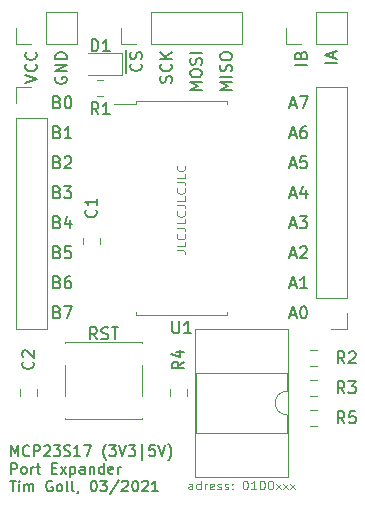
<source format=gbr>
%TF.GenerationSoftware,KiCad,Pcbnew,(5.1.6)-1*%
%TF.CreationDate,2021-04-07T17:56:13+02:00*%
%TF.ProjectId,port_expander,706f7274-5f65-4787-9061-6e6465722e6b,rev?*%
%TF.SameCoordinates,Original*%
%TF.FileFunction,Legend,Top*%
%TF.FilePolarity,Positive*%
%FSLAX46Y46*%
G04 Gerber Fmt 4.6, Leading zero omitted, Abs format (unit mm)*
G04 Created by KiCad (PCBNEW (5.1.6)-1) date 2021-04-07 17:56:13*
%MOMM*%
%LPD*%
G01*
G04 APERTURE LIST*
%ADD10C,0.120000*%
%ADD11C,0.150000*%
G04 APERTURE END LIST*
D10*
X126589285Y-67089428D02*
X127125000Y-67089428D01*
X127232142Y-67125142D01*
X127303571Y-67196571D01*
X127339285Y-67303714D01*
X127339285Y-67375142D01*
X127339285Y-66375142D02*
X127339285Y-66732285D01*
X126589285Y-66732285D01*
X127267857Y-65696571D02*
X127303571Y-65732285D01*
X127339285Y-65839428D01*
X127339285Y-65910857D01*
X127303571Y-66018000D01*
X127232142Y-66089428D01*
X127160714Y-66125142D01*
X127017857Y-66160857D01*
X126910714Y-66160857D01*
X126767857Y-66125142D01*
X126696428Y-66089428D01*
X126625000Y-66018000D01*
X126589285Y-65910857D01*
X126589285Y-65839428D01*
X126625000Y-65732285D01*
X126660714Y-65696571D01*
X126589285Y-65160857D02*
X127125000Y-65160857D01*
X127232142Y-65196571D01*
X127303571Y-65268000D01*
X127339285Y-65375142D01*
X127339285Y-65446571D01*
X127339285Y-64446571D02*
X127339285Y-64803714D01*
X126589285Y-64803714D01*
X127267857Y-63768000D02*
X127303571Y-63803714D01*
X127339285Y-63910857D01*
X127339285Y-63982285D01*
X127303571Y-64089428D01*
X127232142Y-64160857D01*
X127160714Y-64196571D01*
X127017857Y-64232285D01*
X126910714Y-64232285D01*
X126767857Y-64196571D01*
X126696428Y-64160857D01*
X126625000Y-64089428D01*
X126589285Y-63982285D01*
X126589285Y-63910857D01*
X126625000Y-63803714D01*
X126660714Y-63768000D01*
X126589285Y-63232285D02*
X127125000Y-63232285D01*
X127232142Y-63268000D01*
X127303571Y-63339428D01*
X127339285Y-63446571D01*
X127339285Y-63518000D01*
X127339285Y-62518000D02*
X127339285Y-62875142D01*
X126589285Y-62875142D01*
X127267857Y-61839428D02*
X127303571Y-61875142D01*
X127339285Y-61982285D01*
X127339285Y-62053714D01*
X127303571Y-62160857D01*
X127232142Y-62232285D01*
X127160714Y-62268000D01*
X127017857Y-62303714D01*
X126910714Y-62303714D01*
X126767857Y-62268000D01*
X126696428Y-62232285D01*
X126625000Y-62160857D01*
X126589285Y-62053714D01*
X126589285Y-61982285D01*
X126625000Y-61875142D01*
X126660714Y-61839428D01*
X126589285Y-61303714D02*
X127125000Y-61303714D01*
X127232142Y-61339428D01*
X127303571Y-61410857D01*
X127339285Y-61518000D01*
X127339285Y-61589428D01*
X127339285Y-60589428D02*
X127339285Y-60946571D01*
X126589285Y-60946571D01*
X127267857Y-59910857D02*
X127303571Y-59946571D01*
X127339285Y-60053714D01*
X127339285Y-60125142D01*
X127303571Y-60232285D01*
X127232142Y-60303714D01*
X127160714Y-60339428D01*
X127017857Y-60375142D01*
X126910714Y-60375142D01*
X126767857Y-60339428D01*
X126696428Y-60303714D01*
X126625000Y-60232285D01*
X126589285Y-60125142D01*
X126589285Y-60053714D01*
X126625000Y-59946571D01*
X126660714Y-59910857D01*
D11*
X113752380Y-52897404D02*
X114752380Y-52564071D01*
X113752380Y-52230738D01*
X114657142Y-51325976D02*
X114704761Y-51373595D01*
X114752380Y-51516452D01*
X114752380Y-51611690D01*
X114704761Y-51754547D01*
X114609523Y-51849785D01*
X114514285Y-51897404D01*
X114323809Y-51945023D01*
X114180952Y-51945023D01*
X113990476Y-51897404D01*
X113895238Y-51849785D01*
X113800000Y-51754547D01*
X113752380Y-51611690D01*
X113752380Y-51516452D01*
X113800000Y-51373595D01*
X113847619Y-51325976D01*
X114657142Y-50325976D02*
X114704761Y-50373595D01*
X114752380Y-50516452D01*
X114752380Y-50611690D01*
X114704761Y-50754547D01*
X114609523Y-50849785D01*
X114514285Y-50897404D01*
X114323809Y-50945023D01*
X114180952Y-50945023D01*
X113990476Y-50897404D01*
X113895238Y-50849785D01*
X113800000Y-50754547D01*
X113752380Y-50611690D01*
X113752380Y-50516452D01*
X113800000Y-50373595D01*
X113847619Y-50325976D01*
X116340000Y-52421214D02*
X116292380Y-52516452D01*
X116292380Y-52659309D01*
X116340000Y-52802166D01*
X116435238Y-52897404D01*
X116530476Y-52945023D01*
X116720952Y-52992642D01*
X116863809Y-52992642D01*
X117054285Y-52945023D01*
X117149523Y-52897404D01*
X117244761Y-52802166D01*
X117292380Y-52659309D01*
X117292380Y-52564071D01*
X117244761Y-52421214D01*
X117197142Y-52373595D01*
X116863809Y-52373595D01*
X116863809Y-52564071D01*
X117292380Y-51945023D02*
X116292380Y-51945023D01*
X117292380Y-51373595D01*
X116292380Y-51373595D01*
X117292380Y-50897404D02*
X116292380Y-50897404D01*
X116292380Y-50659309D01*
X116340000Y-50516452D01*
X116435238Y-50421214D01*
X116530476Y-50373595D01*
X116720952Y-50325976D01*
X116863809Y-50325976D01*
X117054285Y-50373595D01*
X117149523Y-50421214D01*
X117244761Y-50516452D01*
X117292380Y-50659309D01*
X117292380Y-50897404D01*
X122275000Y-52087880D02*
X122275000Y-51087880D01*
X123547142Y-51278357D02*
X123594761Y-51325976D01*
X123642380Y-51468833D01*
X123642380Y-51564071D01*
X123594761Y-51706928D01*
X123499523Y-51802166D01*
X123404285Y-51849785D01*
X123213809Y-51897404D01*
X123070952Y-51897404D01*
X122880476Y-51849785D01*
X122785238Y-51802166D01*
X122690000Y-51706928D01*
X122642380Y-51564071D01*
X122642380Y-51468833D01*
X122690000Y-51325976D01*
X122737619Y-51278357D01*
X122275000Y-51087880D02*
X122275000Y-50135500D01*
X123594761Y-50897404D02*
X123642380Y-50754547D01*
X123642380Y-50516452D01*
X123594761Y-50421214D01*
X123547142Y-50373595D01*
X123451904Y-50325976D01*
X123356666Y-50325976D01*
X123261428Y-50373595D01*
X123213809Y-50421214D01*
X123166190Y-50516452D01*
X123118571Y-50706928D01*
X123070952Y-50802166D01*
X123023333Y-50849785D01*
X122928095Y-50897404D01*
X122832857Y-50897404D01*
X122737619Y-50849785D01*
X122690000Y-50802166D01*
X122642380Y-50706928D01*
X122642380Y-50468833D01*
X122690000Y-50325976D01*
X126134761Y-52897404D02*
X126182380Y-52754547D01*
X126182380Y-52516452D01*
X126134761Y-52421214D01*
X126087142Y-52373595D01*
X125991904Y-52325976D01*
X125896666Y-52325976D01*
X125801428Y-52373595D01*
X125753809Y-52421214D01*
X125706190Y-52516452D01*
X125658571Y-52706928D01*
X125610952Y-52802166D01*
X125563333Y-52849785D01*
X125468095Y-52897404D01*
X125372857Y-52897404D01*
X125277619Y-52849785D01*
X125230000Y-52802166D01*
X125182380Y-52706928D01*
X125182380Y-52468833D01*
X125230000Y-52325976D01*
X126087142Y-51325976D02*
X126134761Y-51373595D01*
X126182380Y-51516452D01*
X126182380Y-51611690D01*
X126134761Y-51754547D01*
X126039523Y-51849785D01*
X125944285Y-51897404D01*
X125753809Y-51945023D01*
X125610952Y-51945023D01*
X125420476Y-51897404D01*
X125325238Y-51849785D01*
X125230000Y-51754547D01*
X125182380Y-51611690D01*
X125182380Y-51516452D01*
X125230000Y-51373595D01*
X125277619Y-51325976D01*
X126182380Y-50897404D02*
X125182380Y-50897404D01*
X126182380Y-50325976D02*
X125610952Y-50754547D01*
X125182380Y-50325976D02*
X125753809Y-50897404D01*
X128722380Y-53516452D02*
X127722380Y-53516452D01*
X128436666Y-53183119D01*
X127722380Y-52849785D01*
X128722380Y-52849785D01*
X127722380Y-52183119D02*
X127722380Y-51992642D01*
X127770000Y-51897404D01*
X127865238Y-51802166D01*
X128055714Y-51754547D01*
X128389047Y-51754547D01*
X128579523Y-51802166D01*
X128674761Y-51897404D01*
X128722380Y-51992642D01*
X128722380Y-52183119D01*
X128674761Y-52278357D01*
X128579523Y-52373595D01*
X128389047Y-52421214D01*
X128055714Y-52421214D01*
X127865238Y-52373595D01*
X127770000Y-52278357D01*
X127722380Y-52183119D01*
X128674761Y-51373595D02*
X128722380Y-51230738D01*
X128722380Y-50992642D01*
X128674761Y-50897404D01*
X128627142Y-50849785D01*
X128531904Y-50802166D01*
X128436666Y-50802166D01*
X128341428Y-50849785D01*
X128293809Y-50897404D01*
X128246190Y-50992642D01*
X128198571Y-51183119D01*
X128150952Y-51278357D01*
X128103333Y-51325976D01*
X128008095Y-51373595D01*
X127912857Y-51373595D01*
X127817619Y-51325976D01*
X127770000Y-51278357D01*
X127722380Y-51183119D01*
X127722380Y-50945023D01*
X127770000Y-50802166D01*
X128722380Y-50373595D02*
X127722380Y-50373595D01*
X131262380Y-53516452D02*
X130262380Y-53516452D01*
X130976666Y-53183119D01*
X130262380Y-52849785D01*
X131262380Y-52849785D01*
X131262380Y-52373595D02*
X130262380Y-52373595D01*
X131214761Y-51945023D02*
X131262380Y-51802166D01*
X131262380Y-51564071D01*
X131214761Y-51468833D01*
X131167142Y-51421214D01*
X131071904Y-51373595D01*
X130976666Y-51373595D01*
X130881428Y-51421214D01*
X130833809Y-51468833D01*
X130786190Y-51564071D01*
X130738571Y-51754547D01*
X130690952Y-51849785D01*
X130643333Y-51897404D01*
X130548095Y-51945023D01*
X130452857Y-51945023D01*
X130357619Y-51897404D01*
X130310000Y-51849785D01*
X130262380Y-51754547D01*
X130262380Y-51516452D01*
X130310000Y-51373595D01*
X130262380Y-50754547D02*
X130262380Y-50564071D01*
X130310000Y-50468833D01*
X130405238Y-50373595D01*
X130595714Y-50325976D01*
X130929047Y-50325976D01*
X131119523Y-50373595D01*
X131214761Y-50468833D01*
X131262380Y-50564071D01*
X131262380Y-50754547D01*
X131214761Y-50849785D01*
X131119523Y-50945023D01*
X130929047Y-50992642D01*
X130595714Y-50992642D01*
X130405238Y-50945023D01*
X130310000Y-50849785D01*
X130262380Y-50754547D01*
X140152380Y-51230738D02*
X139152380Y-51230738D01*
X139866666Y-50802166D02*
X139866666Y-50325976D01*
X140152380Y-50897404D02*
X139152380Y-50564071D01*
X140152380Y-50230738D01*
X137612380Y-51373595D02*
X136612380Y-51373595D01*
X137088571Y-50564071D02*
X137136190Y-50421214D01*
X137183809Y-50373595D01*
X137279047Y-50325976D01*
X137421904Y-50325976D01*
X137517142Y-50373595D01*
X137564761Y-50421214D01*
X137612380Y-50516452D01*
X137612380Y-50897404D01*
X136612380Y-50897404D01*
X136612380Y-50564071D01*
X136660000Y-50468833D01*
X136707619Y-50421214D01*
X136802857Y-50373595D01*
X136898095Y-50373595D01*
X136993333Y-50421214D01*
X137040952Y-50468833D01*
X137088571Y-50564071D01*
X137088571Y-50897404D01*
X136205452Y-72556666D02*
X136681642Y-72556666D01*
X136110214Y-72842380D02*
X136443547Y-71842380D01*
X136776880Y-72842380D01*
X137300690Y-71842380D02*
X137395928Y-71842380D01*
X137491166Y-71890000D01*
X137538785Y-71937619D01*
X137586404Y-72032857D01*
X137634023Y-72223333D01*
X137634023Y-72461428D01*
X137586404Y-72651904D01*
X137538785Y-72747142D01*
X137491166Y-72794761D01*
X137395928Y-72842380D01*
X137300690Y-72842380D01*
X137205452Y-72794761D01*
X137157833Y-72747142D01*
X137110214Y-72651904D01*
X137062595Y-72461428D01*
X137062595Y-72223333D01*
X137110214Y-72032857D01*
X137157833Y-71937619D01*
X137205452Y-71890000D01*
X137300690Y-71842380D01*
X136205452Y-70016666D02*
X136681642Y-70016666D01*
X136110214Y-70302380D02*
X136443547Y-69302380D01*
X136776880Y-70302380D01*
X137634023Y-70302380D02*
X137062595Y-70302380D01*
X137348309Y-70302380D02*
X137348309Y-69302380D01*
X137253071Y-69445238D01*
X137157833Y-69540476D01*
X137062595Y-69588095D01*
X136205452Y-67476666D02*
X136681642Y-67476666D01*
X136110214Y-67762380D02*
X136443547Y-66762380D01*
X136776880Y-67762380D01*
X137062595Y-66857619D02*
X137110214Y-66810000D01*
X137205452Y-66762380D01*
X137443547Y-66762380D01*
X137538785Y-66810000D01*
X137586404Y-66857619D01*
X137634023Y-66952857D01*
X137634023Y-67048095D01*
X137586404Y-67190952D01*
X137014976Y-67762380D01*
X137634023Y-67762380D01*
X136205452Y-64936666D02*
X136681642Y-64936666D01*
X136110214Y-65222380D02*
X136443547Y-64222380D01*
X136776880Y-65222380D01*
X137014976Y-64222380D02*
X137634023Y-64222380D01*
X137300690Y-64603333D01*
X137443547Y-64603333D01*
X137538785Y-64650952D01*
X137586404Y-64698571D01*
X137634023Y-64793809D01*
X137634023Y-65031904D01*
X137586404Y-65127142D01*
X137538785Y-65174761D01*
X137443547Y-65222380D01*
X137157833Y-65222380D01*
X137062595Y-65174761D01*
X137014976Y-65127142D01*
X136205452Y-62396666D02*
X136681642Y-62396666D01*
X136110214Y-62682380D02*
X136443547Y-61682380D01*
X136776880Y-62682380D01*
X137538785Y-62015714D02*
X137538785Y-62682380D01*
X137300690Y-61634761D02*
X137062595Y-62349047D01*
X137681642Y-62349047D01*
X136205452Y-59856666D02*
X136681642Y-59856666D01*
X136110214Y-60142380D02*
X136443547Y-59142380D01*
X136776880Y-60142380D01*
X137586404Y-59142380D02*
X137110214Y-59142380D01*
X137062595Y-59618571D01*
X137110214Y-59570952D01*
X137205452Y-59523333D01*
X137443547Y-59523333D01*
X137538785Y-59570952D01*
X137586404Y-59618571D01*
X137634023Y-59713809D01*
X137634023Y-59951904D01*
X137586404Y-60047142D01*
X137538785Y-60094761D01*
X137443547Y-60142380D01*
X137205452Y-60142380D01*
X137110214Y-60094761D01*
X137062595Y-60047142D01*
X136205452Y-57316666D02*
X136681642Y-57316666D01*
X136110214Y-57602380D02*
X136443547Y-56602380D01*
X136776880Y-57602380D01*
X137538785Y-56602380D02*
X137348309Y-56602380D01*
X137253071Y-56650000D01*
X137205452Y-56697619D01*
X137110214Y-56840476D01*
X137062595Y-57030952D01*
X137062595Y-57411904D01*
X137110214Y-57507142D01*
X137157833Y-57554761D01*
X137253071Y-57602380D01*
X137443547Y-57602380D01*
X137538785Y-57554761D01*
X137586404Y-57507142D01*
X137634023Y-57411904D01*
X137634023Y-57173809D01*
X137586404Y-57078571D01*
X137538785Y-57030952D01*
X137443547Y-56983333D01*
X137253071Y-56983333D01*
X137157833Y-57030952D01*
X137110214Y-57078571D01*
X137062595Y-57173809D01*
X136205452Y-54776666D02*
X136681642Y-54776666D01*
X136110214Y-55062380D02*
X136443547Y-54062380D01*
X136776880Y-55062380D01*
X137014976Y-54062380D02*
X137681642Y-54062380D01*
X137253071Y-55062380D01*
X116492928Y-54538571D02*
X116635785Y-54586190D01*
X116683404Y-54633809D01*
X116731023Y-54729047D01*
X116731023Y-54871904D01*
X116683404Y-54967142D01*
X116635785Y-55014761D01*
X116540547Y-55062380D01*
X116159595Y-55062380D01*
X116159595Y-54062380D01*
X116492928Y-54062380D01*
X116588166Y-54110000D01*
X116635785Y-54157619D01*
X116683404Y-54252857D01*
X116683404Y-54348095D01*
X116635785Y-54443333D01*
X116588166Y-54490952D01*
X116492928Y-54538571D01*
X116159595Y-54538571D01*
X117350071Y-54062380D02*
X117445309Y-54062380D01*
X117540547Y-54110000D01*
X117588166Y-54157619D01*
X117635785Y-54252857D01*
X117683404Y-54443333D01*
X117683404Y-54681428D01*
X117635785Y-54871904D01*
X117588166Y-54967142D01*
X117540547Y-55014761D01*
X117445309Y-55062380D01*
X117350071Y-55062380D01*
X117254833Y-55014761D01*
X117207214Y-54967142D01*
X117159595Y-54871904D01*
X117111976Y-54681428D01*
X117111976Y-54443333D01*
X117159595Y-54252857D01*
X117207214Y-54157619D01*
X117254833Y-54110000D01*
X117350071Y-54062380D01*
X116492928Y-57078571D02*
X116635785Y-57126190D01*
X116683404Y-57173809D01*
X116731023Y-57269047D01*
X116731023Y-57411904D01*
X116683404Y-57507142D01*
X116635785Y-57554761D01*
X116540547Y-57602380D01*
X116159595Y-57602380D01*
X116159595Y-56602380D01*
X116492928Y-56602380D01*
X116588166Y-56650000D01*
X116635785Y-56697619D01*
X116683404Y-56792857D01*
X116683404Y-56888095D01*
X116635785Y-56983333D01*
X116588166Y-57030952D01*
X116492928Y-57078571D01*
X116159595Y-57078571D01*
X117683404Y-57602380D02*
X117111976Y-57602380D01*
X117397690Y-57602380D02*
X117397690Y-56602380D01*
X117302452Y-56745238D01*
X117207214Y-56840476D01*
X117111976Y-56888095D01*
X116492928Y-59618571D02*
X116635785Y-59666190D01*
X116683404Y-59713809D01*
X116731023Y-59809047D01*
X116731023Y-59951904D01*
X116683404Y-60047142D01*
X116635785Y-60094761D01*
X116540547Y-60142380D01*
X116159595Y-60142380D01*
X116159595Y-59142380D01*
X116492928Y-59142380D01*
X116588166Y-59190000D01*
X116635785Y-59237619D01*
X116683404Y-59332857D01*
X116683404Y-59428095D01*
X116635785Y-59523333D01*
X116588166Y-59570952D01*
X116492928Y-59618571D01*
X116159595Y-59618571D01*
X117111976Y-59237619D02*
X117159595Y-59190000D01*
X117254833Y-59142380D01*
X117492928Y-59142380D01*
X117588166Y-59190000D01*
X117635785Y-59237619D01*
X117683404Y-59332857D01*
X117683404Y-59428095D01*
X117635785Y-59570952D01*
X117064357Y-60142380D01*
X117683404Y-60142380D01*
X116492928Y-62158571D02*
X116635785Y-62206190D01*
X116683404Y-62253809D01*
X116731023Y-62349047D01*
X116731023Y-62491904D01*
X116683404Y-62587142D01*
X116635785Y-62634761D01*
X116540547Y-62682380D01*
X116159595Y-62682380D01*
X116159595Y-61682380D01*
X116492928Y-61682380D01*
X116588166Y-61730000D01*
X116635785Y-61777619D01*
X116683404Y-61872857D01*
X116683404Y-61968095D01*
X116635785Y-62063333D01*
X116588166Y-62110952D01*
X116492928Y-62158571D01*
X116159595Y-62158571D01*
X117064357Y-61682380D02*
X117683404Y-61682380D01*
X117350071Y-62063333D01*
X117492928Y-62063333D01*
X117588166Y-62110952D01*
X117635785Y-62158571D01*
X117683404Y-62253809D01*
X117683404Y-62491904D01*
X117635785Y-62587142D01*
X117588166Y-62634761D01*
X117492928Y-62682380D01*
X117207214Y-62682380D01*
X117111976Y-62634761D01*
X117064357Y-62587142D01*
X116492928Y-64698571D02*
X116635785Y-64746190D01*
X116683404Y-64793809D01*
X116731023Y-64889047D01*
X116731023Y-65031904D01*
X116683404Y-65127142D01*
X116635785Y-65174761D01*
X116540547Y-65222380D01*
X116159595Y-65222380D01*
X116159595Y-64222380D01*
X116492928Y-64222380D01*
X116588166Y-64270000D01*
X116635785Y-64317619D01*
X116683404Y-64412857D01*
X116683404Y-64508095D01*
X116635785Y-64603333D01*
X116588166Y-64650952D01*
X116492928Y-64698571D01*
X116159595Y-64698571D01*
X117588166Y-64555714D02*
X117588166Y-65222380D01*
X117350071Y-64174761D02*
X117111976Y-64889047D01*
X117731023Y-64889047D01*
X116492928Y-67238571D02*
X116635785Y-67286190D01*
X116683404Y-67333809D01*
X116731023Y-67429047D01*
X116731023Y-67571904D01*
X116683404Y-67667142D01*
X116635785Y-67714761D01*
X116540547Y-67762380D01*
X116159595Y-67762380D01*
X116159595Y-66762380D01*
X116492928Y-66762380D01*
X116588166Y-66810000D01*
X116635785Y-66857619D01*
X116683404Y-66952857D01*
X116683404Y-67048095D01*
X116635785Y-67143333D01*
X116588166Y-67190952D01*
X116492928Y-67238571D01*
X116159595Y-67238571D01*
X117635785Y-66762380D02*
X117159595Y-66762380D01*
X117111976Y-67238571D01*
X117159595Y-67190952D01*
X117254833Y-67143333D01*
X117492928Y-67143333D01*
X117588166Y-67190952D01*
X117635785Y-67238571D01*
X117683404Y-67333809D01*
X117683404Y-67571904D01*
X117635785Y-67667142D01*
X117588166Y-67714761D01*
X117492928Y-67762380D01*
X117254833Y-67762380D01*
X117159595Y-67714761D01*
X117111976Y-67667142D01*
X116492928Y-69778571D02*
X116635785Y-69826190D01*
X116683404Y-69873809D01*
X116731023Y-69969047D01*
X116731023Y-70111904D01*
X116683404Y-70207142D01*
X116635785Y-70254761D01*
X116540547Y-70302380D01*
X116159595Y-70302380D01*
X116159595Y-69302380D01*
X116492928Y-69302380D01*
X116588166Y-69350000D01*
X116635785Y-69397619D01*
X116683404Y-69492857D01*
X116683404Y-69588095D01*
X116635785Y-69683333D01*
X116588166Y-69730952D01*
X116492928Y-69778571D01*
X116159595Y-69778571D01*
X117588166Y-69302380D02*
X117397690Y-69302380D01*
X117302452Y-69350000D01*
X117254833Y-69397619D01*
X117159595Y-69540476D01*
X117111976Y-69730952D01*
X117111976Y-70111904D01*
X117159595Y-70207142D01*
X117207214Y-70254761D01*
X117302452Y-70302380D01*
X117492928Y-70302380D01*
X117588166Y-70254761D01*
X117635785Y-70207142D01*
X117683404Y-70111904D01*
X117683404Y-69873809D01*
X117635785Y-69778571D01*
X117588166Y-69730952D01*
X117492928Y-69683333D01*
X117302452Y-69683333D01*
X117207214Y-69730952D01*
X117159595Y-69778571D01*
X117111976Y-69873809D01*
X116492928Y-72318571D02*
X116635785Y-72366190D01*
X116683404Y-72413809D01*
X116731023Y-72509047D01*
X116731023Y-72651904D01*
X116683404Y-72747142D01*
X116635785Y-72794761D01*
X116540547Y-72842380D01*
X116159595Y-72842380D01*
X116159595Y-71842380D01*
X116492928Y-71842380D01*
X116588166Y-71890000D01*
X116635785Y-71937619D01*
X116683404Y-72032857D01*
X116683404Y-72128095D01*
X116635785Y-72223333D01*
X116588166Y-72270952D01*
X116492928Y-72318571D01*
X116159595Y-72318571D01*
X117064357Y-71842380D02*
X117731023Y-71842380D01*
X117302452Y-72842380D01*
D10*
X127937142Y-87334285D02*
X127937142Y-86941428D01*
X127901428Y-86870000D01*
X127830000Y-86834285D01*
X127687142Y-86834285D01*
X127615714Y-86870000D01*
X127937142Y-87298571D02*
X127865714Y-87334285D01*
X127687142Y-87334285D01*
X127615714Y-87298571D01*
X127580000Y-87227142D01*
X127580000Y-87155714D01*
X127615714Y-87084285D01*
X127687142Y-87048571D01*
X127865714Y-87048571D01*
X127937142Y-87012857D01*
X128615714Y-87334285D02*
X128615714Y-86584285D01*
X128615714Y-87298571D02*
X128544285Y-87334285D01*
X128401428Y-87334285D01*
X128330000Y-87298571D01*
X128294285Y-87262857D01*
X128258571Y-87191428D01*
X128258571Y-86977142D01*
X128294285Y-86905714D01*
X128330000Y-86870000D01*
X128401428Y-86834285D01*
X128544285Y-86834285D01*
X128615714Y-86870000D01*
X128972857Y-87334285D02*
X128972857Y-86834285D01*
X128972857Y-86977142D02*
X129008571Y-86905714D01*
X129044285Y-86870000D01*
X129115714Y-86834285D01*
X129187142Y-86834285D01*
X129722857Y-87298571D02*
X129651428Y-87334285D01*
X129508571Y-87334285D01*
X129437142Y-87298571D01*
X129401428Y-87227142D01*
X129401428Y-86941428D01*
X129437142Y-86870000D01*
X129508571Y-86834285D01*
X129651428Y-86834285D01*
X129722857Y-86870000D01*
X129758571Y-86941428D01*
X129758571Y-87012857D01*
X129401428Y-87084285D01*
X130044285Y-87298571D02*
X130115714Y-87334285D01*
X130258571Y-87334285D01*
X130330000Y-87298571D01*
X130365714Y-87227142D01*
X130365714Y-87191428D01*
X130330000Y-87120000D01*
X130258571Y-87084285D01*
X130151428Y-87084285D01*
X130080000Y-87048571D01*
X130044285Y-86977142D01*
X130044285Y-86941428D01*
X130080000Y-86870000D01*
X130151428Y-86834285D01*
X130258571Y-86834285D01*
X130330000Y-86870000D01*
X130651428Y-87298571D02*
X130722857Y-87334285D01*
X130865714Y-87334285D01*
X130937142Y-87298571D01*
X130972857Y-87227142D01*
X130972857Y-87191428D01*
X130937142Y-87120000D01*
X130865714Y-87084285D01*
X130758571Y-87084285D01*
X130687142Y-87048571D01*
X130651428Y-86977142D01*
X130651428Y-86941428D01*
X130687142Y-86870000D01*
X130758571Y-86834285D01*
X130865714Y-86834285D01*
X130937142Y-86870000D01*
X131294285Y-87262857D02*
X131330000Y-87298571D01*
X131294285Y-87334285D01*
X131258571Y-87298571D01*
X131294285Y-87262857D01*
X131294285Y-87334285D01*
X131294285Y-86870000D02*
X131330000Y-86905714D01*
X131294285Y-86941428D01*
X131258571Y-86905714D01*
X131294285Y-86870000D01*
X131294285Y-86941428D01*
X132365714Y-86584285D02*
X132437142Y-86584285D01*
X132508571Y-86620000D01*
X132544285Y-86655714D01*
X132580000Y-86727142D01*
X132615714Y-86870000D01*
X132615714Y-87048571D01*
X132580000Y-87191428D01*
X132544285Y-87262857D01*
X132508571Y-87298571D01*
X132437142Y-87334285D01*
X132365714Y-87334285D01*
X132294285Y-87298571D01*
X132258571Y-87262857D01*
X132222857Y-87191428D01*
X132187142Y-87048571D01*
X132187142Y-86870000D01*
X132222857Y-86727142D01*
X132258571Y-86655714D01*
X132294285Y-86620000D01*
X132365714Y-86584285D01*
X133330000Y-87334285D02*
X132901428Y-87334285D01*
X133115714Y-87334285D02*
X133115714Y-86584285D01*
X133044285Y-86691428D01*
X132972857Y-86762857D01*
X132901428Y-86798571D01*
X133794285Y-86584285D02*
X133865714Y-86584285D01*
X133937142Y-86620000D01*
X133972857Y-86655714D01*
X134008571Y-86727142D01*
X134044285Y-86870000D01*
X134044285Y-87048571D01*
X134008571Y-87191428D01*
X133972857Y-87262857D01*
X133937142Y-87298571D01*
X133865714Y-87334285D01*
X133794285Y-87334285D01*
X133722857Y-87298571D01*
X133687142Y-87262857D01*
X133651428Y-87191428D01*
X133615714Y-87048571D01*
X133615714Y-86870000D01*
X133651428Y-86727142D01*
X133687142Y-86655714D01*
X133722857Y-86620000D01*
X133794285Y-86584285D01*
X134508571Y-86584285D02*
X134580000Y-86584285D01*
X134651428Y-86620000D01*
X134687142Y-86655714D01*
X134722857Y-86727142D01*
X134758571Y-86870000D01*
X134758571Y-87048571D01*
X134722857Y-87191428D01*
X134687142Y-87262857D01*
X134651428Y-87298571D01*
X134580000Y-87334285D01*
X134508571Y-87334285D01*
X134437142Y-87298571D01*
X134401428Y-87262857D01*
X134365714Y-87191428D01*
X134330000Y-87048571D01*
X134330000Y-86870000D01*
X134365714Y-86727142D01*
X134401428Y-86655714D01*
X134437142Y-86620000D01*
X134508571Y-86584285D01*
X135008571Y-87334285D02*
X135401428Y-86834285D01*
X135008571Y-86834285D02*
X135401428Y-87334285D01*
X135615714Y-87334285D02*
X136008571Y-86834285D01*
X135615714Y-86834285D02*
X136008571Y-87334285D01*
X136222857Y-87334285D02*
X136615714Y-86834285D01*
X136222857Y-86834285D02*
X136615714Y-87334285D01*
D11*
X112579785Y-84505142D02*
X112579785Y-83605142D01*
X112879785Y-84248000D01*
X113179785Y-83605142D01*
X113179785Y-84505142D01*
X114122642Y-84419428D02*
X114079785Y-84462285D01*
X113951214Y-84505142D01*
X113865500Y-84505142D01*
X113736928Y-84462285D01*
X113651214Y-84376571D01*
X113608357Y-84290857D01*
X113565500Y-84119428D01*
X113565500Y-83990857D01*
X113608357Y-83819428D01*
X113651214Y-83733714D01*
X113736928Y-83648000D01*
X113865500Y-83605142D01*
X113951214Y-83605142D01*
X114079785Y-83648000D01*
X114122642Y-83690857D01*
X114508357Y-84505142D02*
X114508357Y-83605142D01*
X114851214Y-83605142D01*
X114936928Y-83648000D01*
X114979785Y-83690857D01*
X115022642Y-83776571D01*
X115022642Y-83905142D01*
X114979785Y-83990857D01*
X114936928Y-84033714D01*
X114851214Y-84076571D01*
X114508357Y-84076571D01*
X115365500Y-83690857D02*
X115408357Y-83648000D01*
X115494071Y-83605142D01*
X115708357Y-83605142D01*
X115794071Y-83648000D01*
X115836928Y-83690857D01*
X115879785Y-83776571D01*
X115879785Y-83862285D01*
X115836928Y-83990857D01*
X115322642Y-84505142D01*
X115879785Y-84505142D01*
X116179785Y-83605142D02*
X116736928Y-83605142D01*
X116436928Y-83948000D01*
X116565500Y-83948000D01*
X116651214Y-83990857D01*
X116694071Y-84033714D01*
X116736928Y-84119428D01*
X116736928Y-84333714D01*
X116694071Y-84419428D01*
X116651214Y-84462285D01*
X116565500Y-84505142D01*
X116308357Y-84505142D01*
X116222642Y-84462285D01*
X116179785Y-84419428D01*
X117079785Y-84462285D02*
X117208357Y-84505142D01*
X117422642Y-84505142D01*
X117508357Y-84462285D01*
X117551214Y-84419428D01*
X117594071Y-84333714D01*
X117594071Y-84248000D01*
X117551214Y-84162285D01*
X117508357Y-84119428D01*
X117422642Y-84076571D01*
X117251214Y-84033714D01*
X117165500Y-83990857D01*
X117122642Y-83948000D01*
X117079785Y-83862285D01*
X117079785Y-83776571D01*
X117122642Y-83690857D01*
X117165500Y-83648000D01*
X117251214Y-83605142D01*
X117465500Y-83605142D01*
X117594071Y-83648000D01*
X118451214Y-84505142D02*
X117936928Y-84505142D01*
X118194071Y-84505142D02*
X118194071Y-83605142D01*
X118108357Y-83733714D01*
X118022642Y-83819428D01*
X117936928Y-83862285D01*
X118751214Y-83605142D02*
X119351214Y-83605142D01*
X118965500Y-84505142D01*
X120636928Y-84848000D02*
X120594071Y-84805142D01*
X120508357Y-84676571D01*
X120465500Y-84590857D01*
X120422642Y-84462285D01*
X120379785Y-84248000D01*
X120379785Y-84076571D01*
X120422642Y-83862285D01*
X120465500Y-83733714D01*
X120508357Y-83648000D01*
X120594071Y-83519428D01*
X120636928Y-83476571D01*
X120894071Y-83605142D02*
X121451214Y-83605142D01*
X121151214Y-83948000D01*
X121279785Y-83948000D01*
X121365500Y-83990857D01*
X121408357Y-84033714D01*
X121451214Y-84119428D01*
X121451214Y-84333714D01*
X121408357Y-84419428D01*
X121365500Y-84462285D01*
X121279785Y-84505142D01*
X121022642Y-84505142D01*
X120936928Y-84462285D01*
X120894071Y-84419428D01*
X121708357Y-83605142D02*
X122008357Y-84505142D01*
X122308357Y-83605142D01*
X122522642Y-83605142D02*
X123079785Y-83605142D01*
X122779785Y-83948000D01*
X122908357Y-83948000D01*
X122994071Y-83990857D01*
X123036928Y-84033714D01*
X123079785Y-84119428D01*
X123079785Y-84333714D01*
X123036928Y-84419428D01*
X122994071Y-84462285D01*
X122908357Y-84505142D01*
X122651214Y-84505142D01*
X122565500Y-84462285D01*
X122522642Y-84419428D01*
X123679785Y-84805142D02*
X123679785Y-83519428D01*
X124751214Y-83605142D02*
X124322642Y-83605142D01*
X124279785Y-84033714D01*
X124322642Y-83990857D01*
X124408357Y-83948000D01*
X124622642Y-83948000D01*
X124708357Y-83990857D01*
X124751214Y-84033714D01*
X124794071Y-84119428D01*
X124794071Y-84333714D01*
X124751214Y-84419428D01*
X124708357Y-84462285D01*
X124622642Y-84505142D01*
X124408357Y-84505142D01*
X124322642Y-84462285D01*
X124279785Y-84419428D01*
X125051214Y-83605142D02*
X125351214Y-84505142D01*
X125651214Y-83605142D01*
X125865500Y-84848000D02*
X125908357Y-84805142D01*
X125994071Y-84676571D01*
X126036928Y-84590857D01*
X126079785Y-84462285D01*
X126122642Y-84248000D01*
X126122642Y-84076571D01*
X126079785Y-83862285D01*
X126036928Y-83733714D01*
X125994071Y-83648000D01*
X125908357Y-83519428D01*
X125865500Y-83476571D01*
X112579785Y-86005142D02*
X112579785Y-85105142D01*
X112922642Y-85105142D01*
X113008357Y-85148000D01*
X113051214Y-85190857D01*
X113094071Y-85276571D01*
X113094071Y-85405142D01*
X113051214Y-85490857D01*
X113008357Y-85533714D01*
X112922642Y-85576571D01*
X112579785Y-85576571D01*
X113608357Y-86005142D02*
X113522642Y-85962285D01*
X113479785Y-85919428D01*
X113436928Y-85833714D01*
X113436928Y-85576571D01*
X113479785Y-85490857D01*
X113522642Y-85448000D01*
X113608357Y-85405142D01*
X113736928Y-85405142D01*
X113822642Y-85448000D01*
X113865500Y-85490857D01*
X113908357Y-85576571D01*
X113908357Y-85833714D01*
X113865500Y-85919428D01*
X113822642Y-85962285D01*
X113736928Y-86005142D01*
X113608357Y-86005142D01*
X114294071Y-86005142D02*
X114294071Y-85405142D01*
X114294071Y-85576571D02*
X114336928Y-85490857D01*
X114379785Y-85448000D01*
X114465500Y-85405142D01*
X114551214Y-85405142D01*
X114722642Y-85405142D02*
X115065500Y-85405142D01*
X114851214Y-85105142D02*
X114851214Y-85876571D01*
X114894071Y-85962285D01*
X114979785Y-86005142D01*
X115065500Y-86005142D01*
X116051214Y-85533714D02*
X116351214Y-85533714D01*
X116479785Y-86005142D02*
X116051214Y-86005142D01*
X116051214Y-85105142D01*
X116479785Y-85105142D01*
X116779785Y-86005142D02*
X117251214Y-85405142D01*
X116779785Y-85405142D02*
X117251214Y-86005142D01*
X117594071Y-85405142D02*
X117594071Y-86305142D01*
X117594071Y-85448000D02*
X117679785Y-85405142D01*
X117851214Y-85405142D01*
X117936928Y-85448000D01*
X117979785Y-85490857D01*
X118022642Y-85576571D01*
X118022642Y-85833714D01*
X117979785Y-85919428D01*
X117936928Y-85962285D01*
X117851214Y-86005142D01*
X117679785Y-86005142D01*
X117594071Y-85962285D01*
X118794071Y-86005142D02*
X118794071Y-85533714D01*
X118751214Y-85448000D01*
X118665500Y-85405142D01*
X118494071Y-85405142D01*
X118408357Y-85448000D01*
X118794071Y-85962285D02*
X118708357Y-86005142D01*
X118494071Y-86005142D01*
X118408357Y-85962285D01*
X118365500Y-85876571D01*
X118365500Y-85790857D01*
X118408357Y-85705142D01*
X118494071Y-85662285D01*
X118708357Y-85662285D01*
X118794071Y-85619428D01*
X119222642Y-85405142D02*
X119222642Y-86005142D01*
X119222642Y-85490857D02*
X119265500Y-85448000D01*
X119351214Y-85405142D01*
X119479785Y-85405142D01*
X119565500Y-85448000D01*
X119608357Y-85533714D01*
X119608357Y-86005142D01*
X120422642Y-86005142D02*
X120422642Y-85105142D01*
X120422642Y-85962285D02*
X120336928Y-86005142D01*
X120165500Y-86005142D01*
X120079785Y-85962285D01*
X120036928Y-85919428D01*
X119994071Y-85833714D01*
X119994071Y-85576571D01*
X120036928Y-85490857D01*
X120079785Y-85448000D01*
X120165500Y-85405142D01*
X120336928Y-85405142D01*
X120422642Y-85448000D01*
X121194071Y-85962285D02*
X121108357Y-86005142D01*
X120936928Y-86005142D01*
X120851214Y-85962285D01*
X120808357Y-85876571D01*
X120808357Y-85533714D01*
X120851214Y-85448000D01*
X120936928Y-85405142D01*
X121108357Y-85405142D01*
X121194071Y-85448000D01*
X121236928Y-85533714D01*
X121236928Y-85619428D01*
X120808357Y-85705142D01*
X121622642Y-86005142D02*
X121622642Y-85405142D01*
X121622642Y-85576571D02*
X121665500Y-85490857D01*
X121708357Y-85448000D01*
X121794071Y-85405142D01*
X121879785Y-85405142D01*
X112451214Y-86605142D02*
X112965500Y-86605142D01*
X112708357Y-87505142D02*
X112708357Y-86605142D01*
X113265500Y-87505142D02*
X113265500Y-86905142D01*
X113265500Y-86605142D02*
X113222642Y-86648000D01*
X113265500Y-86690857D01*
X113308357Y-86648000D01*
X113265500Y-86605142D01*
X113265500Y-86690857D01*
X113694071Y-87505142D02*
X113694071Y-86905142D01*
X113694071Y-86990857D02*
X113736928Y-86948000D01*
X113822642Y-86905142D01*
X113951214Y-86905142D01*
X114036928Y-86948000D01*
X114079785Y-87033714D01*
X114079785Y-87505142D01*
X114079785Y-87033714D02*
X114122642Y-86948000D01*
X114208357Y-86905142D01*
X114336928Y-86905142D01*
X114422642Y-86948000D01*
X114465500Y-87033714D01*
X114465500Y-87505142D01*
X116051214Y-86648000D02*
X115965500Y-86605142D01*
X115836928Y-86605142D01*
X115708357Y-86648000D01*
X115622642Y-86733714D01*
X115579785Y-86819428D01*
X115536928Y-86990857D01*
X115536928Y-87119428D01*
X115579785Y-87290857D01*
X115622642Y-87376571D01*
X115708357Y-87462285D01*
X115836928Y-87505142D01*
X115922642Y-87505142D01*
X116051214Y-87462285D01*
X116094071Y-87419428D01*
X116094071Y-87119428D01*
X115922642Y-87119428D01*
X116608357Y-87505142D02*
X116522642Y-87462285D01*
X116479785Y-87419428D01*
X116436928Y-87333714D01*
X116436928Y-87076571D01*
X116479785Y-86990857D01*
X116522642Y-86948000D01*
X116608357Y-86905142D01*
X116736928Y-86905142D01*
X116822642Y-86948000D01*
X116865500Y-86990857D01*
X116908357Y-87076571D01*
X116908357Y-87333714D01*
X116865500Y-87419428D01*
X116822642Y-87462285D01*
X116736928Y-87505142D01*
X116608357Y-87505142D01*
X117422642Y-87505142D02*
X117336928Y-87462285D01*
X117294071Y-87376571D01*
X117294071Y-86605142D01*
X117894071Y-87505142D02*
X117808357Y-87462285D01*
X117765500Y-87376571D01*
X117765500Y-86605142D01*
X118279785Y-87462285D02*
X118279785Y-87505142D01*
X118236928Y-87590857D01*
X118194071Y-87633714D01*
X119522642Y-86605142D02*
X119608357Y-86605142D01*
X119694071Y-86648000D01*
X119736928Y-86690857D01*
X119779785Y-86776571D01*
X119822642Y-86948000D01*
X119822642Y-87162285D01*
X119779785Y-87333714D01*
X119736928Y-87419428D01*
X119694071Y-87462285D01*
X119608357Y-87505142D01*
X119522642Y-87505142D01*
X119436928Y-87462285D01*
X119394071Y-87419428D01*
X119351214Y-87333714D01*
X119308357Y-87162285D01*
X119308357Y-86948000D01*
X119351214Y-86776571D01*
X119394071Y-86690857D01*
X119436928Y-86648000D01*
X119522642Y-86605142D01*
X120122642Y-86605142D02*
X120679785Y-86605142D01*
X120379785Y-86948000D01*
X120508357Y-86948000D01*
X120594071Y-86990857D01*
X120636928Y-87033714D01*
X120679785Y-87119428D01*
X120679785Y-87333714D01*
X120636928Y-87419428D01*
X120594071Y-87462285D01*
X120508357Y-87505142D01*
X120251214Y-87505142D01*
X120165500Y-87462285D01*
X120122642Y-87419428D01*
X121708357Y-86562285D02*
X120936928Y-87719428D01*
X121965500Y-86690857D02*
X122008357Y-86648000D01*
X122094071Y-86605142D01*
X122308357Y-86605142D01*
X122394071Y-86648000D01*
X122436928Y-86690857D01*
X122479785Y-86776571D01*
X122479785Y-86862285D01*
X122436928Y-86990857D01*
X121922642Y-87505142D01*
X122479785Y-87505142D01*
X123036928Y-86605142D02*
X123122642Y-86605142D01*
X123208357Y-86648000D01*
X123251214Y-86690857D01*
X123294071Y-86776571D01*
X123336928Y-86948000D01*
X123336928Y-87162285D01*
X123294071Y-87333714D01*
X123251214Y-87419428D01*
X123208357Y-87462285D01*
X123122642Y-87505142D01*
X123036928Y-87505142D01*
X122951214Y-87462285D01*
X122908357Y-87419428D01*
X122865500Y-87333714D01*
X122822642Y-87162285D01*
X122822642Y-86948000D01*
X122865500Y-86776571D01*
X122908357Y-86690857D01*
X122951214Y-86648000D01*
X123036928Y-86605142D01*
X123679785Y-86690857D02*
X123722642Y-86648000D01*
X123808357Y-86605142D01*
X124022642Y-86605142D01*
X124108357Y-86648000D01*
X124151214Y-86690857D01*
X124194071Y-86776571D01*
X124194071Y-86862285D01*
X124151214Y-86990857D01*
X123636928Y-87505142D01*
X124194071Y-87505142D01*
X125051214Y-87505142D02*
X124536928Y-87505142D01*
X124794071Y-87505142D02*
X124794071Y-86605142D01*
X124708357Y-86733714D01*
X124622642Y-86819428D01*
X124536928Y-86862285D01*
D10*
%TO.C,C1*%
X118670000Y-66546252D02*
X118670000Y-66023748D01*
X120090000Y-66546252D02*
X120090000Y-66023748D01*
%TO.C,C2*%
X114756000Y-79391252D02*
X114756000Y-78868748D01*
X113336000Y-79391252D02*
X113336000Y-78868748D01*
%TO.C,D1*%
X121973500Y-50398000D02*
X119088500Y-50398000D01*
X121973500Y-52218000D02*
X121973500Y-50398000D01*
X119088500Y-52218000D02*
X121973500Y-52218000D01*
%TO.C,J1*%
X141030000Y-73720000D02*
X139700000Y-73720000D01*
X141030000Y-72390000D02*
X141030000Y-73720000D01*
X141030000Y-71120000D02*
X138370000Y-71120000D01*
X138370000Y-71120000D02*
X138370000Y-53280000D01*
X141030000Y-71120000D02*
X141030000Y-53280000D01*
X141030000Y-53280000D02*
X138370000Y-53280000D01*
%TO.C,J2*%
X112970000Y-73720000D02*
X115630000Y-73720000D01*
X112970000Y-55880000D02*
X112970000Y-73720000D01*
X115630000Y-55880000D02*
X115630000Y-73720000D01*
X112970000Y-55880000D02*
X115630000Y-55880000D01*
X112970000Y-54610000D02*
X112970000Y-53280000D01*
X112970000Y-53280000D02*
X114300000Y-53280000D01*
%TO.C,J3*%
X135830000Y-49590000D02*
X135830000Y-48260000D01*
X137160000Y-49590000D02*
X135830000Y-49590000D01*
X138430000Y-49590000D02*
X138430000Y-46930000D01*
X138430000Y-46930000D02*
X141030000Y-46930000D01*
X138430000Y-49590000D02*
X141030000Y-49590000D01*
X141030000Y-49590000D02*
X141030000Y-46930000D01*
%TO.C,J4*%
X121860000Y-49590000D02*
X121860000Y-48260000D01*
X123190000Y-49590000D02*
X121860000Y-49590000D01*
X124460000Y-49590000D02*
X124460000Y-46930000D01*
X124460000Y-46930000D02*
X132140000Y-46930000D01*
X124460000Y-49590000D02*
X132140000Y-49590000D01*
X132140000Y-49590000D02*
X132140000Y-46930000D01*
%TO.C,R1*%
X120394252Y-52630000D02*
X119871748Y-52630000D01*
X120394252Y-54050000D02*
X119871748Y-54050000D01*
%TO.C,R2*%
X137923748Y-76910000D02*
X138446252Y-76910000D01*
X137923748Y-75490000D02*
X138446252Y-75490000D01*
%TO.C,R3*%
X137923748Y-78030000D02*
X138446252Y-78030000D01*
X137923748Y-79450000D02*
X138446252Y-79450000D01*
%TO.C,R4*%
X127456000Y-78868748D02*
X127456000Y-79391252D01*
X126036000Y-78868748D02*
X126036000Y-79391252D01*
%TO.C,R5*%
X137923748Y-81990000D02*
X138446252Y-81990000D01*
X137923748Y-80570000D02*
X138446252Y-80570000D01*
%TO.C,RST*%
X123626000Y-74875000D02*
X117166000Y-74875000D01*
X123626000Y-79405000D02*
X123626000Y-76805000D01*
X123626000Y-81335000D02*
X117166000Y-81335000D01*
X117166000Y-79405000D02*
X117166000Y-76805000D01*
X123626000Y-81305000D02*
X123626000Y-81335000D01*
X123626000Y-74875000D02*
X123626000Y-74905000D01*
X117166000Y-74875000D02*
X117166000Y-74905000D01*
X117166000Y-81335000D02*
X117166000Y-81305000D01*
%TO.C,SW2*%
X136010000Y-86245000D02*
X136010000Y-73775000D01*
X128150000Y-86245000D02*
X136010000Y-86245000D01*
X128150000Y-73775000D02*
X128150000Y-86245000D01*
X136010000Y-73775000D02*
X128150000Y-73775000D01*
X135950000Y-82545000D02*
X135950000Y-81010000D01*
X128210000Y-82545000D02*
X135950000Y-82545000D01*
X128210000Y-77475000D02*
X128210000Y-82545000D01*
X135950000Y-77475000D02*
X128210000Y-77475000D01*
X135950000Y-79010000D02*
X135950000Y-77475000D01*
X135950000Y-81010000D02*
G75*
G02*
X135950000Y-79010000I0J1000000D01*
G01*
%TO.C,U1*%
X123140000Y-54685000D02*
X121325000Y-54685000D01*
X123140000Y-54440000D02*
X123140000Y-54685000D01*
X127000000Y-54440000D02*
X123140000Y-54440000D01*
X130860000Y-54440000D02*
X130860000Y-54685000D01*
X127000000Y-54440000D02*
X130860000Y-54440000D01*
X123140000Y-72560000D02*
X123140000Y-72315000D01*
X127000000Y-72560000D02*
X123140000Y-72560000D01*
X130860000Y-72560000D02*
X130860000Y-72315000D01*
X127000000Y-72560000D02*
X130860000Y-72560000D01*
%TO.C,J5*%
X112970000Y-49590000D02*
X112970000Y-48260000D01*
X114300000Y-49590000D02*
X112970000Y-49590000D01*
X115570000Y-49590000D02*
X115570000Y-46930000D01*
X115570000Y-46930000D02*
X118170000Y-46930000D01*
X115570000Y-49590000D02*
X118170000Y-49590000D01*
X118170000Y-49590000D02*
X118170000Y-46930000D01*
%TO.C,C1*%
D11*
X119737142Y-63666666D02*
X119784761Y-63714285D01*
X119832380Y-63857142D01*
X119832380Y-63952380D01*
X119784761Y-64095238D01*
X119689523Y-64190476D01*
X119594285Y-64238095D01*
X119403809Y-64285714D01*
X119260952Y-64285714D01*
X119070476Y-64238095D01*
X118975238Y-64190476D01*
X118880000Y-64095238D01*
X118832380Y-63952380D01*
X118832380Y-63857142D01*
X118880000Y-63714285D01*
X118927619Y-63666666D01*
X119832380Y-62714285D02*
X119832380Y-63285714D01*
X119832380Y-63000000D02*
X118832380Y-63000000D01*
X118975238Y-63095238D01*
X119070476Y-63190476D01*
X119118095Y-63285714D01*
%TO.C,C2*%
X114403142Y-76511666D02*
X114450761Y-76559285D01*
X114498380Y-76702142D01*
X114498380Y-76797380D01*
X114450761Y-76940238D01*
X114355523Y-77035476D01*
X114260285Y-77083095D01*
X114069809Y-77130714D01*
X113926952Y-77130714D01*
X113736476Y-77083095D01*
X113641238Y-77035476D01*
X113546000Y-76940238D01*
X113498380Y-76797380D01*
X113498380Y-76702142D01*
X113546000Y-76559285D01*
X113593619Y-76511666D01*
X113593619Y-76130714D02*
X113546000Y-76083095D01*
X113498380Y-75987857D01*
X113498380Y-75749761D01*
X113546000Y-75654523D01*
X113593619Y-75606904D01*
X113688857Y-75559285D01*
X113784095Y-75559285D01*
X113926952Y-75606904D01*
X114498380Y-76178333D01*
X114498380Y-75559285D01*
%TO.C,D1*%
X119403904Y-50236380D02*
X119403904Y-49236380D01*
X119642000Y-49236380D01*
X119784857Y-49284000D01*
X119880095Y-49379238D01*
X119927714Y-49474476D01*
X119975333Y-49664952D01*
X119975333Y-49807809D01*
X119927714Y-49998285D01*
X119880095Y-50093523D01*
X119784857Y-50188761D01*
X119642000Y-50236380D01*
X119403904Y-50236380D01*
X120927714Y-50236380D02*
X120356285Y-50236380D01*
X120642000Y-50236380D02*
X120642000Y-49236380D01*
X120546761Y-49379238D01*
X120451523Y-49474476D01*
X120356285Y-49522095D01*
%TO.C,R1*%
X119975333Y-55570380D02*
X119642000Y-55094190D01*
X119403904Y-55570380D02*
X119403904Y-54570380D01*
X119784857Y-54570380D01*
X119880095Y-54618000D01*
X119927714Y-54665619D01*
X119975333Y-54760857D01*
X119975333Y-54903714D01*
X119927714Y-54998952D01*
X119880095Y-55046571D01*
X119784857Y-55094190D01*
X119403904Y-55094190D01*
X120927714Y-55570380D02*
X120356285Y-55570380D01*
X120642000Y-55570380D02*
X120642000Y-54570380D01*
X120546761Y-54713238D01*
X120451523Y-54808476D01*
X120356285Y-54856095D01*
%TO.C,R2*%
X140803333Y-76652380D02*
X140470000Y-76176190D01*
X140231904Y-76652380D02*
X140231904Y-75652380D01*
X140612857Y-75652380D01*
X140708095Y-75700000D01*
X140755714Y-75747619D01*
X140803333Y-75842857D01*
X140803333Y-75985714D01*
X140755714Y-76080952D01*
X140708095Y-76128571D01*
X140612857Y-76176190D01*
X140231904Y-76176190D01*
X141184285Y-75747619D02*
X141231904Y-75700000D01*
X141327142Y-75652380D01*
X141565238Y-75652380D01*
X141660476Y-75700000D01*
X141708095Y-75747619D01*
X141755714Y-75842857D01*
X141755714Y-75938095D01*
X141708095Y-76080952D01*
X141136666Y-76652380D01*
X141755714Y-76652380D01*
%TO.C,R3*%
X140803333Y-79192380D02*
X140470000Y-78716190D01*
X140231904Y-79192380D02*
X140231904Y-78192380D01*
X140612857Y-78192380D01*
X140708095Y-78240000D01*
X140755714Y-78287619D01*
X140803333Y-78382857D01*
X140803333Y-78525714D01*
X140755714Y-78620952D01*
X140708095Y-78668571D01*
X140612857Y-78716190D01*
X140231904Y-78716190D01*
X141136666Y-78192380D02*
X141755714Y-78192380D01*
X141422380Y-78573333D01*
X141565238Y-78573333D01*
X141660476Y-78620952D01*
X141708095Y-78668571D01*
X141755714Y-78763809D01*
X141755714Y-79001904D01*
X141708095Y-79097142D01*
X141660476Y-79144761D01*
X141565238Y-79192380D01*
X141279523Y-79192380D01*
X141184285Y-79144761D01*
X141136666Y-79097142D01*
%TO.C,R4*%
X127198380Y-76511666D02*
X126722190Y-76845000D01*
X127198380Y-77083095D02*
X126198380Y-77083095D01*
X126198380Y-76702142D01*
X126246000Y-76606904D01*
X126293619Y-76559285D01*
X126388857Y-76511666D01*
X126531714Y-76511666D01*
X126626952Y-76559285D01*
X126674571Y-76606904D01*
X126722190Y-76702142D01*
X126722190Y-77083095D01*
X126531714Y-75654523D02*
X127198380Y-75654523D01*
X126150761Y-75892619D02*
X126865047Y-76130714D01*
X126865047Y-75511666D01*
%TO.C,R5*%
X140803333Y-81732380D02*
X140470000Y-81256190D01*
X140231904Y-81732380D02*
X140231904Y-80732380D01*
X140612857Y-80732380D01*
X140708095Y-80780000D01*
X140755714Y-80827619D01*
X140803333Y-80922857D01*
X140803333Y-81065714D01*
X140755714Y-81160952D01*
X140708095Y-81208571D01*
X140612857Y-81256190D01*
X140231904Y-81256190D01*
X141708095Y-80732380D02*
X141231904Y-80732380D01*
X141184285Y-81208571D01*
X141231904Y-81160952D01*
X141327142Y-81113333D01*
X141565238Y-81113333D01*
X141660476Y-81160952D01*
X141708095Y-81208571D01*
X141755714Y-81303809D01*
X141755714Y-81541904D01*
X141708095Y-81637142D01*
X141660476Y-81684761D01*
X141565238Y-81732380D01*
X141327142Y-81732380D01*
X141231904Y-81684761D01*
X141184285Y-81637142D01*
%TO.C,RST*%
X119848380Y-74620380D02*
X119515047Y-74144190D01*
X119276952Y-74620380D02*
X119276952Y-73620380D01*
X119657904Y-73620380D01*
X119753142Y-73668000D01*
X119800761Y-73715619D01*
X119848380Y-73810857D01*
X119848380Y-73953714D01*
X119800761Y-74048952D01*
X119753142Y-74096571D01*
X119657904Y-74144190D01*
X119276952Y-74144190D01*
X120229333Y-74572761D02*
X120372190Y-74620380D01*
X120610285Y-74620380D01*
X120705523Y-74572761D01*
X120753142Y-74525142D01*
X120800761Y-74429904D01*
X120800761Y-74334666D01*
X120753142Y-74239428D01*
X120705523Y-74191809D01*
X120610285Y-74144190D01*
X120419809Y-74096571D01*
X120324571Y-74048952D01*
X120276952Y-74001333D01*
X120229333Y-73906095D01*
X120229333Y-73810857D01*
X120276952Y-73715619D01*
X120324571Y-73668000D01*
X120419809Y-73620380D01*
X120657904Y-73620380D01*
X120800761Y-73668000D01*
X121086476Y-73620380D02*
X121657904Y-73620380D01*
X121372190Y-74620380D02*
X121372190Y-73620380D01*
%TO.C,U1*%
X126238095Y-73112380D02*
X126238095Y-73921904D01*
X126285714Y-74017142D01*
X126333333Y-74064761D01*
X126428571Y-74112380D01*
X126619047Y-74112380D01*
X126714285Y-74064761D01*
X126761904Y-74017142D01*
X126809523Y-73921904D01*
X126809523Y-73112380D01*
X127809523Y-74112380D02*
X127238095Y-74112380D01*
X127523809Y-74112380D02*
X127523809Y-73112380D01*
X127428571Y-73255238D01*
X127333333Y-73350476D01*
X127238095Y-73398095D01*
%TD*%
M02*

</source>
